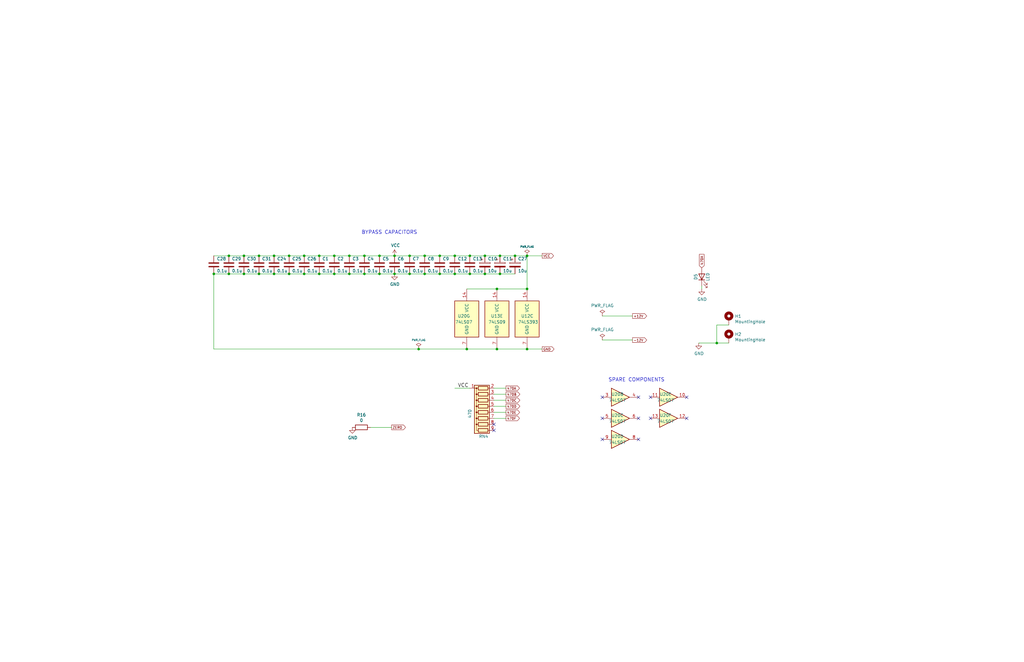
<source format=kicad_sch>
(kicad_sch (version 20211123) (generator eeschema)
  (paper "B")
  (lib_symbols
    (symbol "74xx:74LS07" (pin_names (offset 1.016))
      (property "Reference" "U" (at 0 1.27 0))
      (property "Value" "74LS07" (at 0 -1.27 0))
      (symbol "74LS07_1_0"
        (polyline (pts (xy -3.81 3.81) (xy -3.81 -3.81) (xy 3.81 0) (xy -3.81 3.81)) (stroke (width 0.254)) (fill (type background)))
        (pin input line (at -7.62 0 0) (length 3.81) (name "~") (number "1"))
        (pin open_collector line (at 7.62 0 180) (length 3.81) (name "~") (number "2"))
      )
      (symbol "74LS07_2_0"
        (polyline (pts (xy -3.81 3.81) (xy -3.81 -3.81) (xy 3.81 0) (xy -3.81 3.81)) (stroke (width 0.254)) (fill (type background)))
        (pin input line (at -7.62 0 0) (length 3.81) (name "~") (number "3"))
        (pin open_collector line (at 7.62 0 180) (length 3.81) (name "~") (number "4"))
      )
      (symbol "74LS07_3_0"
        (polyline (pts (xy -3.81 3.81) (xy -3.81 -3.81) (xy 3.81 0) (xy -3.81 3.81)) (stroke (width 0.254)) (fill (type background)))
        (pin input line (at -7.62 0 0) (length 3.81) (name "~") (number "5"))
        (pin open_collector line (at 7.62 0 180) (length 3.81) (name "~") (number "6"))
      )
      (symbol "74LS07_4_0"
        (polyline (pts (xy -3.81 3.81) (xy -3.81 -3.81) (xy 3.81 0) (xy -3.81 3.81)) (stroke (width 0.254)) (fill (type background)))
        (pin open_collector line (at 7.62 0 180) (length 3.81) (name "~") (number "8"))
        (pin input line (at -7.62 0 0) (length 3.81) (name "~") (number "9"))
      )
      (symbol "74LS07_5_0"
        (polyline (pts (xy -3.81 3.81) (xy -3.81 -3.81) (xy 3.81 0) (xy -3.81 3.81)) (stroke (width 0.254)) (fill (type background)))
        (pin open_collector line (at 7.62 0 180) (length 3.81) (name "~") (number "10"))
        (pin input line (at -7.62 0 0) (length 3.81) (name "~") (number "11"))
      )
      (symbol "74LS07_6_0"
        (polyline (pts (xy -3.81 3.81) (xy -3.81 -3.81) (xy 3.81 0) (xy -3.81 3.81)) (stroke (width 0.254)) (fill (type background)))
        (pin open_collector line (at 7.62 0 180) (length 3.81) (name "~") (number "12"))
        (pin input line (at -7.62 0 0) (length 3.81) (name "~") (number "13"))
      )
      (symbol "74LS07_7_0"
        (pin power_in line (at 0 12.7 270) (length 5.08) (name "VCC") (number "14"))
        (pin power_in line (at 0 -12.7 90) (length 5.08) (name "GND") (number "7"))
      )
      (symbol "74LS07_7_1"
        (rectangle (start -5.08 7.62) (end 5.08 -7.62) (stroke (width 0.254)) (fill (type background)))
      )
    )
    (symbol "74xx:74LS09" (pin_names (offset 1.016))
      (property "Reference" "U" (at 0 1.27 0))
      (property "Value" "74LS09" (at 0 -1.27 0))
      (symbol "74LS09_1_1"
        (arc (start 0 -3.81) (mid 3.81 0) (end 0 3.81) (stroke (width 0.254)) (fill (type background)))
        (polyline (pts (xy 0 3.81) (xy -3.81 3.81) (xy -3.81 -3.81) (xy 0 -3.81)) (stroke (width 0.254)) (fill (type background)))
        (pin input line (at -7.62 2.54 0) (length 3.81) (name "~") (number "1"))
        (pin input line (at -7.62 -2.54 0) (length 3.81) (name "~") (number "2"))
        (pin open_collector line (at 7.62 0 180) (length 3.81) (name "~") (number "3"))
      )
      (symbol "74LS09_1_2"
        (arc (start -3.81 -3.81) (mid -2.589 0) (end -3.81 3.81) (stroke (width 0.254)))
        (arc (start -0.6096 -3.81) (mid 2.1842 -2.5851) (end 3.81 0) (stroke (width 0.254)) (fill (type background)))
        (polyline (pts (xy -3.81 -3.81) (xy -0.635 -3.81)) (stroke (width 0.254)) (fill (type background)))
        (polyline (pts (xy -3.81 3.81) (xy -0.635 3.81)) (stroke (width 0.254)) (fill (type background)))
        (polyline (pts (xy -0.635 3.81) (xy -3.81 3.81) (xy -3.81 3.81) (xy -3.556 3.4036) (xy -3.0226 2.2606) (xy -2.6924 1.0414) (xy -2.6162 -0.254) (xy -2.7686 -1.4986) (xy -3.175 -2.7178) (xy -3.81 -3.81) (xy -3.81 -3.81) (xy -0.635 -3.81)) (stroke (width -25.4)) (fill (type background)))
        (arc (start 3.81 0) (mid 2.1915 2.5936) (end -0.6096 3.81) (stroke (width 0.254)) (fill (type background)))
        (pin input inverted (at -7.62 2.54 0) (length 4.318) (name "~") (number "1"))
        (pin input inverted (at -7.62 -2.54 0) (length 4.318) (name "~") (number "2"))
        (pin output inverted (at 7.62 0 180) (length 3.81) (name "~") (number "3"))
      )
      (symbol "74LS09_2_1"
        (arc (start 0 -3.81) (mid 3.81 0) (end 0 3.81) (stroke (width 0.254)) (fill (type background)))
        (polyline (pts (xy 0 3.81) (xy -3.81 3.81) (xy -3.81 -3.81) (xy 0 -3.81)) (stroke (width 0.254)) (fill (type background)))
        (pin input line (at -7.62 2.54 0) (length 3.81) (name "~") (number "4"))
        (pin input line (at -7.62 -2.54 0) (length 3.81) (name "~") (number "5"))
        (pin open_collector line (at 7.62 0 180) (length 3.81) (name "~") (number "6"))
      )
      (symbol "74LS09_2_2"
        (arc (start -3.81 -3.81) (mid -2.589 0) (end -3.81 3.81) (stroke (width 0.254)))
        (arc (start -0.6096 -3.81) (mid 2.1842 -2.5851) (end 3.81 0) (stroke (width 0.254)) (fill (type background)))
        (polyline (pts (xy -3.81 -3.81) (xy -0.635 -3.81)) (stroke (width 0.254)) (fill (type background)))
        (polyline (pts (xy -3.81 3.81) (xy -0.635 3.81)) (stroke (width 0.254)) (fill (type background)))
        (polyline (pts (xy -0.635 3.81) (xy -3.81 3.81) (xy -3.81 3.81) (xy -3.556 3.4036) (xy -3.0226 2.2606) (xy -2.6924 1.0414) (xy -2.6162 -0.254) (xy -2.7686 -1.4986) (xy -3.175 -2.7178) (xy -3.81 -3.81) (xy -3.81 -3.81) (xy -0.635 -3.81)) (stroke (width -25.4)) (fill (type background)))
        (arc (start 3.81 0) (mid 2.1915 2.5936) (end -0.6096 3.81) (stroke (width 0.254)) (fill (type background)))
        (pin input inverted (at -7.62 2.54 0) (length 4.318) (name "~") (number "4"))
        (pin input inverted (at -7.62 -2.54 0) (length 4.318) (name "~") (number "5"))
        (pin output inverted (at 7.62 0 180) (length 3.81) (name "~") (number "6"))
      )
      (symbol "74LS09_3_1"
        (arc (start 0 -3.81) (mid 3.81 0) (end 0 3.81) (stroke (width 0.254)) (fill (type background)))
        (polyline (pts (xy 0 3.81) (xy -3.81 3.81) (xy -3.81 -3.81) (xy 0 -3.81)) (stroke (width 0.254)) (fill (type background)))
        (pin input line (at -7.62 -2.54 0) (length 3.81) (name "~") (number "10"))
        (pin open_collector line (at 7.62 0 180) (length 3.81) (name "~") (number "8"))
        (pin input line (at -7.62 2.54 0) (length 3.81) (name "~") (number "9"))
      )
      (symbol "74LS09_3_2"
        (arc (start -3.81 -3.81) (mid -2.589 0) (end -3.81 3.81) (stroke (width 0.254)))
        (arc (start -0.6096 -3.81) (mid 2.1842 -2.5851) (end 3.81 0) (stroke (width 0.254)) (fill (type background)))
        (polyline (pts (xy -3.81 -3.81) (xy -0.635 -3.81)) (stroke (width 0.254)) (fill (type background)))
        (polyline (pts (xy -3.81 3.81) (xy -0.635 3.81)) (stroke (width 0.254)) (fill (type background)))
        (polyline (pts (xy -0.635 3.81) (xy -3.81 3.81) (xy -3.81 3.81) (xy -3.556 3.4036) (xy -3.0226 2.2606) (xy -2.6924 1.0414) (xy -2.6162 -0.254) (xy -2.7686 -1.4986) (xy -3.175 -2.7178) (xy -3.81 -3.81) (xy -3.81 -3.81) (xy -0.635 -3.81)) (stroke (width -25.4)) (fill (type background)))
        (arc (start 3.81 0) (mid 2.1915 2.5936) (end -0.6096 3.81) (stroke (width 0.254)) (fill (type background)))
        (pin input inverted (at -7.62 -2.54 0) (length 4.318) (name "~") (number "10"))
        (pin output inverted (at 7.62 0 180) (length 3.81) (name "~") (number "8"))
        (pin input inverted (at -7.62 2.54 0) (length 4.318) (name "~") (number "9"))
      )
      (symbol "74LS09_4_1"
        (arc (start 0 -3.81) (mid 3.81 0) (end 0 3.81) (stroke (width 0.254)) (fill (type background)))
        (polyline (pts (xy 0 3.81) (xy -3.81 3.81) (xy -3.81 -3.81) (xy 0 -3.81)) (stroke (width 0.254)) (fill (type background)))
        (pin open_collector line (at 7.62 0 180) (length 3.81) (name "~") (number "11"))
        (pin input line (at -7.62 2.54 0) (length 3.81) (name "~") (number "12"))
        (pin input line (at -7.62 -2.54 0) (length 3.81) (name "~") (number "13"))
      )
      (symbol "74LS09_4_2"
        (arc (start -3.81 -3.81) (mid -2.589 0) (end -3.81 3.81) (stroke (width 0.254)))
        (arc (start -0.6096 -3.81) (mid 2.1842 -2.5851) (end 3.81 0) (stroke (width 0.254)) (fill (type background)))
        (polyline (pts (xy -3.81 -3.81) (xy -0.635 -3.81)) (stroke (width 0.254)) (fill (type background)))
        (polyline (pts (xy -3.81 3.81) (xy -0.635 3.81)) (stroke (width 0.254)) (fill (type background)))
        (polyline (pts (xy -0.635 3.81) (xy -3.81 3.81) (xy -3.81 3.81) (xy -3.556 3.4036) (xy -3.0226 2.2606) (xy -2.6924 1.0414) (xy -2.6162 -0.254) (xy -2.7686 -1.4986) (xy -3.175 -2.7178) (xy -3.81 -3.81) (xy -3.81 -3.81) (xy -0.635 -3.81)) (stroke (width -25.4)) (fill (type background)))
        (arc (start 3.81 0) (mid 2.1915 2.5936) (end -0.6096 3.81) (stroke (width 0.254)) (fill (type background)))
        (pin output inverted (at 7.62 0 180) (length 3.81) (name "~") (number "11"))
        (pin input inverted (at -7.62 2.54 0) (length 4.318) (name "~") (number "12"))
        (pin input inverted (at -7.62 -2.54 0) (length 4.318) (name "~") (number "13"))
      )
      (symbol "74LS09_5_0"
        (pin power_in line (at 0 12.7 270) (length 5.08) (name "VCC") (number "14"))
        (pin power_in line (at 0 -12.7 90) (length 5.08) (name "GND") (number "7"))
      )
      (symbol "74LS09_5_1"
        (rectangle (start -5.08 7.62) (end 5.08 -7.62) (stroke (width 0.254)) (fill (type background)))
      )
    )
    (symbol "74xx:74LS393" (pin_names (offset 1.016))
      (property "Reference" "U" (at -7.62 8.89 0))
      (property "Value" "74LS393" (at -7.62 -8.89 0))
      (symbol "74LS393_1_0"
        (pin input clock (at -12.7 2.54 0) (length 5.08) (name "CP") (number "1"))
        (pin input line (at -12.7 -5.08 0) (length 5.08) (name "MR") (number "2"))
        (pin output line (at 12.7 2.54 180) (length 5.08) (name "Q0") (number "3"))
        (pin output line (at 12.7 0 180) (length 5.08) (name "Q1") (number "4"))
        (pin output line (at 12.7 -2.54 180) (length 5.08) (name "Q2") (number "5"))
        (pin output line (at 12.7 -5.08 180) (length 5.08) (name "Q3") (number "6"))
      )
      (symbol "74LS393_1_1"
        (rectangle (start -7.62 5.08) (end 7.62 -7.62) (stroke (width 0.254)) (fill (type background)))
      )
      (symbol "74LS393_2_0"
        (pin output line (at 12.7 0 180) (length 5.08) (name "Q1") (number "10"))
        (pin output line (at 12.7 2.54 180) (length 5.08) (name "Q0") (number "11"))
        (pin input line (at -12.7 -5.08 0) (length 5.08) (name "MR") (number "12"))
        (pin input clock (at -12.7 2.54 0) (length 5.08) (name "CP") (number "13"))
        (pin output line (at 12.7 -5.08 180) (length 5.08) (name "Q3") (number "8"))
        (pin output line (at 12.7 -2.54 180) (length 5.08) (name "Q2") (number "9"))
      )
      (symbol "74LS393_2_1"
        (rectangle (start -7.62 5.08) (end 7.62 -7.62) (stroke (width 0.254)) (fill (type background)))
      )
      (symbol "74LS393_3_0"
        (pin power_in line (at 0 12.7 270) (length 5.08) (name "VCC") (number "14"))
        (pin power_in line (at 0 -12.7 90) (length 5.08) (name "GND") (number "7"))
      )
      (symbol "74LS393_3_1"
        (rectangle (start -5.08 7.62) (end 5.08 -7.62) (stroke (width 0.254)) (fill (type background)))
      )
    )
    (symbol "Device:C" (pin_numbers hide) (pin_names (offset 0.254))
      (property "Reference" "C" (at 0.635 2.54 0))
      (property "Value" "C" (at 0.635 -2.54 0))
      (symbol "C_0_1"
        (polyline (pts (xy -2.032 -0.762) (xy 2.032 -0.762)) (stroke (width 0.508)))
        (polyline (pts (xy -2.032 0.762) (xy 2.032 0.762)) (stroke (width 0.508)))
      )
      (symbol "C_1_1"
        (pin passive line (at 0 3.81 270) (length 2.794) (name "~") (number "1"))
        (pin passive line (at 0 -3.81 90) (length 2.794) (name "~") (number "2"))
      )
    )
    (symbol "Device:C_Polarized" (pin_numbers hide) (pin_names (offset 0.254))
      (property "Reference" "C" (at 0.635 2.54 0))
      (property "Value" "C_Polarized" (at 0.635 -2.54 0))
      (symbol "C_Polarized_0_1"
        (rectangle (start -2.286 0.508) (end 2.286 1.016))
        (polyline (pts (xy -1.778 2.286) (xy -0.762 2.286)))
        (polyline (pts (xy -1.27 2.794) (xy -1.27 1.778)))
        (rectangle (start 2.286 -0.508) (end -2.286 -1.016) (fill (type outline)))
      )
      (symbol "C_Polarized_1_1"
        (pin passive line (at 0 3.81 270) (length 2.794) (name "~") (number "1"))
        (pin passive line (at 0 -3.81 90) (length 2.794) (name "~") (number "2"))
      )
    )
    (symbol "Device:LED" (pin_numbers hide) (pin_names (offset 1.016) hide)
      (property "Reference" "D" (at 0 2.54 0))
      (property "Value" "LED" (at 0 -2.54 0))
      (symbol "LED_0_1"
        (polyline (pts (xy -1.27 -1.27) (xy -1.27 1.27)) (stroke (width 0.254)))
        (polyline (pts (xy -1.27 0) (xy 1.27 0)))
        (polyline (pts (xy 1.27 -1.27) (xy 1.27 1.27) (xy -1.27 0) (xy 1.27 -1.27)) (stroke (width 0.254)))
        (polyline (pts (xy -3.048 -0.762) (xy -4.572 -2.286) (xy -3.81 -2.286) (xy -4.572 -2.286) (xy -4.572 -1.524)))
        (polyline (pts (xy -1.778 -0.762) (xy -3.302 -2.286) (xy -2.54 -2.286) (xy -3.302 -2.286) (xy -3.302 -1.524)))
      )
      (symbol "LED_1_1"
        (pin passive line (at -3.81 0 0) (length 2.54) (name "K") (number "1"))
        (pin passive line (at 3.81 0 180) (length 2.54) (name "A") (number "2"))
      )
    )
    (symbol "Device:R" (pin_numbers hide) (pin_names (offset 0))
      (property "Reference" "R" (at 2.032 0 90))
      (property "Value" "R" (at 0 0 90))
      (symbol "R_0_1"
        (rectangle (start -1.016 -2.54) (end 1.016 2.54) (stroke (width 0.254)))
      )
      (symbol "R_1_1"
        (pin passive line (at 0 3.81 270) (length 1.27) (name "~") (number "1"))
        (pin passive line (at 0 -3.81 90) (length 1.27) (name "~") (number "2"))
      )
    )
    (symbol "Device:R_Network08" (pin_names (offset 0) hide)
      (property "Reference" "RN" (at -12.7 0 90))
      (property "Value" "R_Network08" (at 10.16 0 90))
      (symbol "R_Network08_0_1"
        (rectangle (start -11.43 -3.175) (end 8.89 3.175) (stroke (width 0.254)) (fill (type background)))
        (rectangle (start -10.922 1.524) (end -9.398 -2.54) (stroke (width 0.254)))
        (circle (center -10.16 2.286) (radius 0.254) (fill (type outline)))
        (rectangle (start -8.382 1.524) (end -6.858 -2.54) (stroke (width 0.254)))
        (circle (center -7.62 2.286) (radius 0.254) (fill (type outline)))
        (rectangle (start -5.842 1.524) (end -4.318 -2.54) (stroke (width 0.254)))
        (circle (center -5.08 2.286) (radius 0.254) (fill (type outline)))
        (rectangle (start -3.302 1.524) (end -1.778 -2.54) (stroke (width 0.254)))
        (circle (center -2.54 2.286) (radius 0.254) (fill (type outline)))
        (rectangle (start -0.762 1.524) (end 0.762 -2.54) (stroke (width 0.254)))
        (polyline (pts (xy -10.16 -2.54) (xy -10.16 -3.81)))
        (polyline (pts (xy -7.62 -2.54) (xy -7.62 -3.81)))
        (polyline (pts (xy -5.08 -2.54) (xy -5.08 -3.81)))
        (polyline (pts (xy -2.54 -2.54) (xy -2.54 -3.81)))
        (polyline (pts (xy 0 -2.54) (xy 0 -3.81)))
        (polyline (pts (xy 2.54 -2.54) (xy 2.54 -3.81)))
        (polyline (pts (xy 5.08 -2.54) (xy 5.08 -3.81)))
        (polyline (pts (xy 7.62 -2.54) (xy 7.62 -3.81)))
        (polyline (pts (xy -10.16 1.524) (xy -10.16 2.286) (xy -7.62 2.286) (xy -7.62 1.524)))
        (polyline (pts (xy -7.62 1.524) (xy -7.62 2.286) (xy -5.08 2.286) (xy -5.08 1.524)))
        (polyline (pts (xy -5.08 1.524) (xy -5.08 2.286) (xy -2.54 2.286) (xy -2.54 1.524)))
        (polyline (pts (xy -2.54 1.524) (xy -2.54 2.286) (xy 0 2.286) (xy 0 1.524)))
        (polyline (pts (xy 0 1.524) (xy 0 2.286) (xy 2.54 2.286) (xy 2.54 1.524)))
        (polyline (pts (xy 2.54 1.524) (xy 2.54 2.286) (xy 5.08 2.286) (xy 5.08 1.524)))
        (polyline (pts (xy 5.08 1.524) (xy 5.08 2.286) (xy 7.62 2.286) (xy 7.62 1.524)))
        (circle (center 0 2.286) (radius 0.254) (fill (type outline)))
        (rectangle (start 1.778 1.524) (end 3.302 -2.54) (stroke (width 0.254)))
        (circle (center 2.54 2.286) (radius 0.254) (fill (type outline)))
        (rectangle (start 4.318 1.524) (end 5.842 -2.54) (stroke (width 0.254)))
        (circle (center 5.08 2.286) (radius 0.254) (fill (type outline)))
        (rectangle (start 6.858 1.524) (end 8.382 -2.54) (stroke (width 0.254)))
      )
      (symbol "R_Network08_1_1"
        (pin passive line (at -10.16 5.08 270) (length 2.54) (name "common") (number "1"))
        (pin passive line (at -10.16 -5.08 90) (length 1.27) (name "R1") (number "2"))
        (pin passive line (at -7.62 -5.08 90) (length 1.27) (name "R2") (number "3"))
        (pin passive line (at -5.08 -5.08 90) (length 1.27) (name "R3") (number "4"))
        (pin passive line (at -2.54 -5.08 90) (length 1.27) (name "R4") (number "5"))
        (pin passive line (at 0 -5.08 90) (length 1.27) (name "R5") (number "6"))
        (pin passive line (at 2.54 -5.08 90) (length 1.27) (name "R6") (number "7"))
        (pin passive line (at 5.08 -5.08 90) (length 1.27) (name "R7") (number "8"))
        (pin passive line (at 7.62 -5.08 90) (length 1.27) (name "R8") (number "9"))
      )
    )
    (symbol "Mechanical:MountingHole_Pad" (pin_numbers hide) (pin_names (offset 1.016) hide)
      (property "Reference" "H" (at 0 6.35 0))
      (property "Value" "MountingHole_Pad" (at 0 4.445 0))
      (symbol "MountingHole_Pad_0_1"
        (circle (center 0 1.27) (radius 1.27) (stroke (width 1.27)))
      )
      (symbol "MountingHole_Pad_1_1"
        (pin input line (at 0 -2.54 90) (length 2.54) (name "1") (number "1"))
      )
    )
    (symbol "power:GND" (power) (pin_names (offset 0))
      (property "Value" "GND" (at 0 -3.81 0))
      (symbol "GND_0_1"
        (polyline (pts (xy 0 0) (xy 0 -1.27) (xy 1.27 -1.27) (xy 0 -2.54) (xy -1.27 -1.27) (xy 0 -1.27)))
      )
      (symbol "GND_1_1"
        (pin power_in line (at 0 0 270) (length 0) hide (name "GND") (number "1"))
      )
    )
    (symbol "power:PWR_FLAG" (power) (pin_numbers hide) (pin_names (offset 0) hide)
      (property "Value" "PWR_FLAG" (at 0 3.81 0))
      (symbol "PWR_FLAG_0_0"
        (pin power_out line (at 0 0 90) (length 0) (name "pwr") (number "1"))
      )
      (symbol "PWR_FLAG_0_1"
        (polyline (pts (xy 0 0) (xy 0 1.27) (xy -1.016 1.905) (xy 0 2.54) (xy 1.016 1.905) (xy 0 1.27)))
      )
    )
    (symbol "power:VCC" (power) (pin_names (offset 0))
      (property "Value" "VCC" (at 0 3.81 0))
      (symbol "VCC_0_1"
        (polyline (pts (xy -0.762 1.27) (xy 0 2.54)))
        (polyline (pts (xy 0 0) (xy 0 2.54)))
        (polyline (pts (xy 0 2.54) (xy 0.762 1.27)))
      )
      (symbol "VCC_1_1"
        (pin power_in line (at 0 0 90) (length 0) hide (name "VCC") (number "1"))
      )
    )
  )
  (junction (at 96.52 115.57))
  (junction (at 172.72 107.95))
  (junction (at 134.62 107.95))
  (junction (at 102.87 107.95))
  (junction (at 204.47 115.57))
  (junction (at 179.07 107.95))
  (junction (at 176.53 147.32))
  (junction (at 96.52 107.95))
  (junction (at 109.22 107.95))
  (junction (at 172.72 115.57))
  (junction (at 209.55 147.32))
  (junction (at 210.82 107.95))
  (junction (at 102.87 115.57))
  (junction (at 198.12 107.95))
  (junction (at 209.55 121.92))
  (junction (at 147.32 107.95))
  (junction (at 204.47 107.95))
  (junction (at 115.57 107.95))
  (junction (at 166.37 115.57))
  (junction (at 153.67 115.57))
  (junction (at 196.85 147.32))
  (junction (at 134.62 115.57))
  (junction (at 222.25 147.32))
  (junction (at 222.25 107.95))
  (junction (at 160.02 115.57))
  (junction (at 115.57 115.57))
  (junction (at 166.37 107.95))
  (junction (at 198.12 115.57))
  (junction (at 121.92 107.95))
  (junction (at 302.26 144.78))
  (junction (at 217.17 107.95))
  (junction (at 140.97 115.57))
  (junction (at 121.92 115.57))
  (junction (at 128.27 115.57))
  (junction (at 90.17 115.57))
  (junction (at 147.32 115.57))
  (junction (at 160.02 107.95))
  (junction (at 128.27 107.95))
  (junction (at 191.77 107.95))
  (junction (at 185.42 115.57))
  (junction (at 191.77 115.57))
  (junction (at 153.67 107.95))
  (junction (at 222.25 121.92))
  (junction (at 109.22 115.57))
  (junction (at 140.97 107.95))
  (junction (at 179.07 115.57))
  (junction (at 210.82 115.57))
  (junction (at 185.42 107.95))
  (no_connect (at 254 185.42))
  (no_connect (at 254 176.53))
  (no_connect (at 274.32 176.53))
  (no_connect (at 269.24 176.53))
  (no_connect (at 289.56 167.64))
  (no_connect (at 254 167.64))
  (no_connect (at 208.28 179.07))
  (no_connect (at 269.24 167.64))
  (no_connect (at 289.56 176.53))
  (no_connect (at 269.24 185.42))
  (no_connect (at 274.32 167.64))
  (no_connect (at 208.28 181.61))
  (wire (pts (xy 102.87 115.57) (xy 109.22 115.57)))
  (wire (pts (xy 210.82 107.95) (xy 217.17 107.95)))
  (wire (pts (xy 147.32 107.95) (xy 153.67 107.95)))
  (wire (pts (xy 153.67 107.95) (xy 160.02 107.95)))
  (wire (pts (xy 176.53 147.32) (xy 196.85 147.32)))
  (wire (pts (xy 208.28 171.45) (xy 213.36 171.45)))
  (wire (pts (xy 208.28 163.83) (xy 213.36 163.83)))
  (wire (pts (xy 196.85 121.92) (xy 209.55 121.92)))
  (wire (pts (xy 254 143.51) (xy 266.7 143.51)))
  (wire (pts (xy 302.26 144.78) (xy 294.64 144.78)))
  (wire (pts (xy 222.25 121.92) (xy 222.25 107.95)))
  (wire (pts (xy 208.28 168.91) (xy 213.36 168.91)))
  (wire (pts (xy 115.57 115.57) (xy 121.92 115.57)))
  (wire (pts (xy 109.22 107.95) (xy 102.87 107.95)))
  (wire (pts (xy 191.77 163.83) (xy 198.12 163.83)))
  (wire (pts (xy 140.97 107.95) (xy 147.32 107.95)))
  (wire (pts (xy 222.25 107.95) (xy 228.6 107.95)))
  (wire (pts (xy 208.28 166.37) (xy 213.36 166.37)))
  (wire (pts (xy 209.55 121.92) (xy 222.25 121.92)))
  (wire (pts (xy 204.47 107.95) (xy 210.82 107.95)))
  (wire (pts (xy 295.91 120.65) (xy 295.91 121.92)))
  (wire (pts (xy 153.67 115.57) (xy 160.02 115.57)))
  (wire (pts (xy 166.37 115.57) (xy 172.72 115.57)))
  (wire (pts (xy 102.87 107.95) (xy 96.52 107.95)))
  (wire (pts (xy 90.17 115.57) (xy 90.17 147.32)))
  (wire (pts (xy 128.27 115.57) (xy 134.62 115.57)))
  (wire (pts (xy 90.17 147.32) (xy 176.53 147.32)))
  (wire (pts (xy 90.17 115.57) (xy 96.52 115.57)))
  (wire (pts (xy 185.42 115.57) (xy 191.77 115.57)))
  (wire (pts (xy 128.27 107.95) (xy 134.62 107.95)))
  (wire (pts (xy 115.57 107.95) (xy 121.92 107.95)))
  (wire (pts (xy 96.52 115.57) (xy 102.87 115.57)))
  (wire (pts (xy 166.37 107.95) (xy 172.72 107.95)))
  (wire (pts (xy 198.12 115.57) (xy 204.47 115.57)))
  (wire (pts (xy 191.77 107.95) (xy 198.12 107.95)))
  (wire (pts (xy 222.25 147.32) (xy 228.6 147.32)))
  (wire (pts (xy 160.02 115.57) (xy 166.37 115.57)))
  (wire (pts (xy 217.17 107.95) (xy 222.25 107.95)))
  (wire (pts (xy 109.22 115.57) (xy 115.57 115.57)))
  (wire (pts (xy 208.28 176.53) (xy 213.36 176.53)))
  (wire (pts (xy 147.32 115.57) (xy 153.67 115.57)))
  (wire (pts (xy 254 133.35) (xy 266.7 133.35)))
  (wire (pts (xy 191.77 115.57) (xy 198.12 115.57)))
  (wire (pts (xy 160.02 107.95) (xy 166.37 107.95)))
  (wire (pts (xy 140.97 115.57) (xy 147.32 115.57)))
  (wire (pts (xy 121.92 107.95) (xy 128.27 107.95)))
  (wire (pts (xy 121.92 115.57) (xy 128.27 115.57)))
  (wire (pts (xy 196.85 147.32) (xy 209.55 147.32)))
  (wire (pts (xy 156.21 180.34) (xy 165.1 180.34)))
  (wire (pts (xy 302.26 137.16) (xy 302.26 144.78)))
  (wire (pts (xy 198.12 107.95) (xy 204.47 107.95)))
  (wire (pts (xy 115.57 107.95) (xy 109.22 107.95)))
  (wire (pts (xy 307.34 144.78) (xy 302.26 144.78)))
  (wire (pts (xy 172.72 115.57) (xy 179.07 115.57)))
  (wire (pts (xy 96.52 107.95) (xy 90.17 107.95)))
  (wire (pts (xy 204.47 115.57) (xy 210.82 115.57)))
  (wire (pts (xy 210.82 115.57) (xy 217.17 115.57)))
  (wire (pts (xy 134.62 115.57) (xy 140.97 115.57)))
  (wire (pts (xy 172.72 107.95) (xy 179.07 107.95)))
  (wire (pts (xy 307.34 137.16) (xy 302.26 137.16)))
  (wire (pts (xy 179.07 107.95) (xy 185.42 107.95)))
  (wire (pts (xy 209.55 147.32) (xy 222.25 147.32)))
  (wire (pts (xy 208.28 173.99) (xy 213.36 173.99)))
  (wire (pts (xy 134.62 107.95) (xy 140.97 107.95)))
  (wire (pts (xy 179.07 115.57) (xy 185.42 115.57)))
  (wire (pts (xy 185.42 107.95) (xy 191.77 107.95)))
  (text "BYPASS CAPACITORS" (at 152.4 99.06 0) (effects (font (size 1.524 1.524)) (justify left bottom)))
  (text "SPARE COMPONENTS" (at 256.54 161.29 0) (effects (font (size 1.524 1.524)) (justify left bottom)))
  (label "VCC" (at 193.04 163.83 0) (effects (font (size 1.524 1.524))))
  (global_label "470D" (shape output) (at 213.36 171.45 0) (effects (font (size 1.016 1.016))) (property "Intersheet References" "${INTERSHEET_REFS}" (effects hide)))
  (global_label "-12V" (shape output) (at 266.7 143.51 0) (effects (font (size 1.016 1.016))) (property "Intersheet References" "${INTERSHEET_REFS}" (effects hide)))
  (global_label "VCC" (shape output) (at 228.6 107.95 0) (effects (font (size 1.016 1.016))) (property "Intersheet References" "${INTERSHEET_REFS}" (effects hide)))
  (global_label "470F" (shape output) (at 213.36 176.53 0) (effects (font (size 1.016 1.016))) (property "Intersheet References" "${INTERSHEET_REFS}" (effects hide)))
  (global_label "ZERO" (shape output) (at 165.1 180.34 0) (effects (font (size 1.016 1.016))) (property "Intersheet References" "${INTERSHEET_REFS}" (effects hide)))
  (global_label "470A" (shape output) (at 213.36 163.83 0) (effects (font (size 1.016 1.016))) (property "Intersheet References" "${INTERSHEET_REFS}" (effects hide)))
  (global_label "470A" (shape input) (at 295.91 113.03 90) (effects (font (size 1.016 1.016))) (property "Intersheet References" "${INTERSHEET_REFS}" (effects hide)))
  (global_label "470C" (shape output) (at 213.36 168.91 0) (effects (font (size 1.016 1.016))) (property "Intersheet References" "${INTERSHEET_REFS}" (effects hide)))
  (global_label "470B" (shape output) (at 213.36 166.37 0) (effects (font (size 1.016 1.016))) (property "Intersheet References" "${INTERSHEET_REFS}" (effects hide)))
  (global_label "GND" (shape output) (at 228.6 147.32 0) (effects (font (size 1.016 1.016))) (property "Intersheet References" "${INTERSHEET_REFS}" (effects hide)))
  (global_label "+12V" (shape output) (at 266.7 133.35 0) (effects (font (size 1.016 1.016))) (property "Intersheet References" "${INTERSHEET_REFS}" (effects hide)))
  (global_label "470E" (shape output) (at 213.36 173.99 0) (effects (font (size 1.016 1.016))) (property "Intersheet References" "${INTERSHEET_REFS}" (effects hide)))
  (symbol (lib_id "Device:C_Polarized") (at 204.47 111.76 0) (unit 1)
    (property "Reference" "C10" (at 205.74 109.22 0) (effects (justify left)))
    (property "Value" "10u" (at 205.74 114.3 0) (effects (justify left)))
    (property "Footprint" "Capacitor_THT:CP_Radial_D5.0mm_P2.50mm" (effects hide))
  )
  (symbol (lib_id "Device:C_Polarized") (at 210.82 111.76 0) (unit 1)
    (property "Reference" "C11" (at 212.09 109.22 0) (effects (justify left)))
    (property "Value" "10u" (at 212.09 114.3 0) (effects (justify left)))
    (property "Footprint" "Capacitor_THT:CP_Radial_D5.0mm_P2.50mm" (effects hide))
  )
  (symbol (lib_id "Device:C") (at 140.97 111.76 0) (unit 1)
    (property "Reference" "C2" (at 142.24 109.22 0) (effects (justify left)))
    (property "Value" "0.1u" (at 142.24 114.3 0) (effects (justify left)))
    (property "Footprint" "Capacitor_THT:C_Disc_D5.0mm_W2.5mm_P5.00mm" (effects hide))
  )
  (symbol (lib_id "Device:C") (at 147.32 111.76 0) (unit 1)
    (property "Reference" "C3" (at 148.59 109.22 0) (effects (justify left)))
    (property "Value" "0.1u" (at 148.59 114.3 0) (effects (justify left)))
    (property "Footprint" "Capacitor_THT:C_Disc_D5.0mm_W2.5mm_P5.00mm" (effects hide))
  )
  (symbol (lib_id "Device:C") (at 153.67 111.76 0) (unit 1)
    (property "Reference" "C4" (at 154.94 109.22 0) (effects (justify left)))
    (property "Value" "0.1u" (at 154.94 114.3 0) (effects (justify left)))
    (property "Footprint" "Capacitor_THT:C_Disc_D5.0mm_W2.5mm_P5.00mm" (effects hide))
  )
  (symbol (lib_id "Device:C") (at 179.07 111.76 0) (unit 1)
    (property "Reference" "C8" (at 180.34 109.22 0) (effects (justify left)))
    (property "Value" "0.1u" (at 180.34 114.3 0) (effects (justify left)))
    (property "Footprint" "Capacitor_THT:C_Disc_D5.0mm_W2.5mm_P5.00mm" (effects hide))
  )
  (symbol (lib_id "Device:C") (at 185.42 111.76 0) (unit 1)
    (property "Reference" "C9" (at 186.69 109.22 0) (effects (justify left)))
    (property "Value" "0.1u" (at 186.69 114.3 0) (effects (justify left)))
    (property "Footprint" "Capacitor_THT:C_Disc_D5.0mm_W2.5mm_P5.00mm" (effects hide))
  )
  (symbol (lib_id "Device:C") (at 191.77 111.76 0) (unit 1)
    (property "Reference" "C12" (at 193.04 109.22 0) (effects (justify left)))
    (property "Value" "0.1u" (at 193.04 114.3 0) (effects (justify left)))
    (property "Footprint" "Capacitor_THT:C_Disc_D5.0mm_W2.5mm_P5.00mm" (effects hide))
  )
  (symbol (lib_id "Device:C") (at 198.12 111.76 0) (unit 1)
    (property "Reference" "C13" (at 199.39 109.22 0) (effects (justify left)))
    (property "Value" "0.1u" (at 199.39 114.3 0) (effects (justify left)))
    (property "Footprint" "Capacitor_THT:C_Disc_D5.0mm_W2.5mm_P5.00mm" (effects hide))
  )
  (symbol (lib_id "Device:C") (at 166.37 111.76 0) (unit 1)
    (property "Reference" "C6" (at 167.64 109.22 0) (effects (justify left)))
    (property "Value" "0.1u" (at 167.64 114.3 0) (effects (justify left)))
    (property "Footprint" "Capacitor_THT:C_Disc_D5.0mm_W2.5mm_P5.00mm" (effects hide))
  )
  (symbol (lib_id "Device:C") (at 172.72 111.76 0) (unit 1)
    (property "Reference" "C7" (at 173.99 109.22 0) (effects (justify left)))
    (property "Value" "0.1u" (at 173.99 114.3 0) (effects (justify left)))
    (property "Footprint" "Capacitor_THT:C_Disc_D5.0mm_W2.5mm_P5.00mm" (effects hide))
  )
  (symbol (lib_id "74xx:74LS07") (at 261.62 167.64 0) (unit 2)
    (property "Reference" "U20" (at 260.35 166.37 0))
    (property "Value" "74LS07" (at 260.35 168.91 0))
    (property "Footprint" "Package_DIP:DIP-14_W7.62mm" (effects hide))
    (property "Datasheet" "www.ti.com/lit/ds/symlink/sn74ls07.pdf" (effects hide))
  )
  (symbol (lib_id "74xx:74LS07") (at 261.62 176.53 0) (unit 3)
    (property "Reference" "U20" (at 260.35 175.26 0))
    (property "Value" "74LS07" (at 260.35 177.8 0))
    (property "Footprint" "Package_DIP:DIP-14_W7.62mm" (effects hide))
    (property "Datasheet" "www.ti.com/lit/ds/symlink/sn74ls07.pdf" (effects hide))
  )
  (symbol (lib_id "74xx:74LS07") (at 261.62 185.42 0) (unit 4)
    (property "Reference" "U20" (at 260.35 184.15 0))
    (property "Value" "74LS07" (at 260.35 186.69 0))
    (property "Footprint" "Package_DIP:DIP-14_W7.62mm" (effects hide))
    (property "Datasheet" "www.ti.com/lit/ds/symlink/sn74ls07.pdf" (effects hide))
  )
  (symbol (lib_id "74xx:74LS07") (at 281.94 167.64 0) (unit 5)
    (property "Reference" "U20" (at 280.67 166.37 0))
    (property "Value" "74LS07" (at 280.67 168.91 0))
    (property "Footprint" "Package_DIP:DIP-14_W7.62mm" (effects hide))
    (property "Datasheet" "www.ti.com/lit/ds/symlink/sn74ls07.pdf" (effects hide))
  )
  (symbol (lib_id "74xx:74LS07") (at 281.94 176.53 0) (unit 6)
    (property "Reference" "U20" (at 280.67 175.26 0))
    (property "Value" "74LS07" (at 280.67 177.8 0))
    (property "Footprint" "Package_DIP:DIP-14_W7.62mm" (effects hide))
    (property "Datasheet" "www.ti.com/lit/ds/symlink/sn74ls07.pdf" (effects hide))
  )
  (symbol (lib_id "74xx:74LS07") (at 196.85 134.62 0) (unit 7)
    (property "Reference" "U20" (at 195.58 133.35 0))
    (property "Value" "74LS07" (at 195.58 135.89 0))
    (property "Footprint" "Package_DIP:DIP-14_W7.62mm" (effects hide))
    (property "Datasheet" "www.ti.com/lit/ds/symlink/sn74ls07.pdf" (effects hide))
  )
  (symbol (lib_id "Device:C") (at 90.17 111.76 0) (unit 1)
    (property "Reference" "C28" (at 91.44 109.22 0) (effects (justify left)))
    (property "Value" "0.1u" (at 91.44 114.3 0) (effects (justify left)))
    (property "Footprint" "Capacitor_THT:C_Disc_D5.0mm_W2.5mm_P5.00mm" (effects hide))
  )
  (symbol (lib_id "Device:C") (at 109.22 111.76 0) (unit 1)
    (property "Reference" "C31" (at 110.49 109.22 0) (effects (justify left)))
    (property "Value" "0.1u" (at 110.49 114.3 0) (effects (justify left)))
    (property "Footprint" "Capacitor_THT:C_Disc_D5.0mm_W2.5mm_P5.00mm" (effects hide))
  )
  (symbol (lib_id "Device:C") (at 96.52 111.76 0) (unit 1)
    (property "Reference" "C29" (at 97.79 109.22 0) (effects (justify left)))
    (property "Value" "0.1u" (at 97.79 114.3 0) (effects (justify left)))
    (property "Footprint" "Capacitor_THT:C_Disc_D5.0mm_W2.5mm_P5.00mm" (effects hide))
  )
  (symbol (lib_id "Device:C") (at 102.87 111.76 0) (unit 1)
    (property "Reference" "C30" (at 104.14 109.22 0) (effects (justify left)))
    (property "Value" "0.1u" (at 104.14 114.3 0) (effects (justify left)))
    (property "Footprint" "Capacitor_THT:C_Disc_D5.0mm_W2.5mm_P5.00mm" (effects hide))
  )
  (symbol (lib_id "Device:R_Network08") (at 203.2 173.99 90) (mirror x) (unit 1)
    (property "Reference" "RN4" (at 201.93 184.15 90) (effects (justify right)))
    (property "Value" "470" (at 198.12 176.53 0) (effects (justify right)))
    (property "Footprint" "Resistor_THT:R_Array_SIP9" (effects hide))
    (property "Datasheet" "http://www.vishay.com/docs/31509/csc.pdf" (effects hide))
  )
  (symbol (lib_id "Device:C") (at 134.62 111.76 0) (unit 1)
    (property "Reference" "C1" (at 135.89 109.22 0) (effects (justify left)))
    (property "Value" "0.1u" (at 135.89 114.3 0) (effects (justify left)))
    (property "Footprint" "Capacitor_THT:C_Disc_D5.0mm_W2.5mm_P5.00mm" (effects hide))
  )
  (symbol (lib_id "Mechanical:MountingHole_Pad") (at 307.34 142.24 0) (unit 1)
    (property "Reference" "H2" (at 309.88 141.0716 0) (effects (justify left)))
    (property "Value" "MountingHole" (at 309.88 143.383 0) (effects (justify left)))
    (property "Footprint" "MountingHole:MountingHole_3.2mm_M3_Pad" (effects hide))
  )
  (symbol (lib_id "power:PWR_FLAG") (at 222.25 107.95 0) (unit 1)
    (property "Reference" "#FLG0104" (effects hide))
    (property "Value" "PWR_FLAG" (at 222.25 104.14 0) (effects (font (size 0.762 0.762))))
  )
  (symbol (lib_id "Device:R") (at 152.4 180.34 270) (unit 1)
    (property "Reference" "R16" (at 152.4 175.0822 90))
    (property "Value" "0" (at 152.4 177.3936 90))
    (property "Footprint" "Resistor_THT:R_Axial_DIN0207_L6.3mm_D2.5mm_P7.62mm_Horizontal" (effects hide))
  )
  (symbol (lib_id "power:GND") (at 148.59 180.34 0) (unit 1)
    (property "Reference" "#PWR07" (effects hide))
    (property "Value" "GND" (at 148.717 184.7342 0))
  )
  (symbol (lib_id "power:GND") (at 294.64 144.78 0) (unit 1)
    (property "Reference" "#PWR0122" (effects hide))
    (property "Value" "GND" (at 294.767 149.1742 0))
  )
  (symbol (lib_id "Device:C") (at 121.92 111.76 0) (unit 1)
    (property "Reference" "C25" (at 123.19 109.22 0) (effects (justify left)))
    (property "Value" "0.1u" (at 123.19 114.3 0) (effects (justify left)))
    (property "Footprint" "Capacitor_THT:C_Disc_D5.0mm_W2.5mm_P5.00mm" (effects hide))
  )
  (symbol (lib_id "Device:C") (at 128.27 111.76 0) (unit 1)
    (property "Reference" "C26" (at 129.54 109.22 0) (effects (justify left)))
    (property "Value" "0.1u" (at 129.54 114.3 0) (effects (justify left)))
    (property "Footprint" "Capacitor_THT:C_Disc_D5.0mm_W2.5mm_P5.00mm" (effects hide))
  )
  (symbol (lib_id "Device:C") (at 115.57 111.76 0) (unit 1)
    (property "Reference" "C24" (at 116.84 109.22 0) (effects (justify left)))
    (property "Value" "0.1u" (at 116.84 114.3 0) (effects (justify left)))
    (property "Footprint" "Capacitor_THT:C_Disc_D5.0mm_W2.5mm_P5.00mm" (effects hide))
  )
  (symbol (lib_id "Device:C_Polarized") (at 217.17 111.76 0) (unit 1)
    (property "Reference" "C27" (at 218.44 109.22 0) (effects (justify left)))
    (property "Value" "10u" (at 218.44 114.3 0) (effects (justify left)))
    (property "Footprint" "Capacitor_THT:CP_Radial_D5.0mm_P2.50mm" (effects hide))
  )
  (symbol (lib_id "Device:C") (at 160.02 111.76 0) (unit 1)
    (property "Reference" "C5" (at 161.29 109.22 0) (effects (justify left)))
    (property "Value" "0.1u" (at 161.29 114.3 0) (effects (justify left)))
    (property "Footprint" "Capacitor_THT:C_Disc_D5.0mm_W2.5mm_P5.00mm" (effects hide))
  )
  (symbol (lib_id "power:PWR_FLAG") (at 176.53 147.32 0) (unit 1)
    (property "Reference" "#FLG0103" (effects hide))
    (property "Value" "PWR_FLAG" (at 176.53 143.51 0) (effects (font (size 0.762 0.762))))
  )
  (symbol (lib_id "Mechanical:MountingHole_Pad") (at 307.34 134.62 0) (unit 1)
    (property "Reference" "H1" (at 309.88 133.4516 0) (effects (justify left)))
    (property "Value" "MountingHole" (at 309.88 135.763 0) (effects (justify left)))
    (property "Footprint" "MountingHole:MountingHole_3.2mm_M3_Pad" (effects hide))
  )
  (symbol (lib_id "Device:LED") (at 295.91 116.84 90) (unit 1)
    (property "Reference" "D5" (at 293.37 116.84 0))
    (property "Value" "LED" (at 298.45 116.84 0))
    (property "Footprint" "LED_THT:LED_D3.0mm_Horizontal_O3.81mm_Z2.0mm" (effects hide))
  )
  (symbol (lib_id "74xx:74LS09") (at 209.55 134.62 0) (unit 5)
    (property "Reference" "U13" (at 209.55 133.35 0))
    (property "Value" "74LS09" (at 209.55 135.89 0))
    (property "Footprint" "Package_DIP:DIP-14_W7.62mm" (effects hide))
    (property "Datasheet" "http://www.ti.com/lit/gpn/sn74LS09" (effects hide))
  )
  (symbol (lib_id "power:GND") (at 295.91 121.92 0) (unit 1)
    (property "Reference" "#PWR0102" (effects hide))
    (property "Value" "GND" (at 296.037 126.3142 0))
  )
  (symbol (lib_id "power:PWR_FLAG") (at 254 133.35 0) (unit 1)
    (property "Reference" "#FLG0101" (effects hide))
    (property "Value" "PWR_FLAG" (at 254 128.9558 0))
  )
  (symbol (lib_id "power:PWR_FLAG") (at 254 143.51 0) (unit 1)
    (property "Reference" "#FLG0102" (effects hide))
    (property "Value" "PWR_FLAG" (at 254 139.1158 0))
  )
  (symbol (lib_id "74xx:74LS393") (at 222.25 134.62 0) (unit 3)
    (property "Reference" "U12" (at 219.71 133.35 0) (effects (justify left)))
    (property "Value" "74LS393" (at 218.44 135.89 0) (effects (justify left)))
    (property "Footprint" "Package_DIP:DIP-14_W7.62mm" (effects hide))
    (property "Datasheet" "74xx\\74LS393.pdf" (effects hide))
  )
  (symbol (lib_id "power:GND") (at 166.37 115.57 0) (unit 1)
    (property "Reference" "#PWR0124" (effects hide))
    (property "Value" "GND" (at 166.497 119.9642 0))
  )
  (symbol (lib_id "power:VCC") (at 166.37 107.95 0) (unit 1)
    (property "Reference" "#PWR0125" (effects hide))
    (property "Value" "VCC" (at 166.751 103.5558 0))
  )
)
</source>
